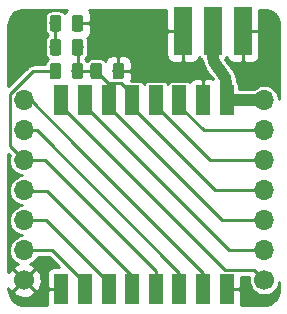
<source format=gtl>
G04 #@! TF.GenerationSoftware,KiCad,Pcbnew,(5.1.4)-1*
G04 #@! TF.CreationDate,2019-10-27T13:18:03+01:00*
G04 #@! TF.ProjectId,project,70726f6a-6563-4742-9e6b-696361645f70,rev?*
G04 #@! TF.SameCoordinates,Original*
G04 #@! TF.FileFunction,Copper,L1,Top*
G04 #@! TF.FilePolarity,Positive*
%FSLAX46Y46*%
G04 Gerber Fmt 4.6, Leading zero omitted, Abs format (unit mm)*
G04 Created by KiCad (PCBNEW (5.1.4)-1) date 2019-10-27 13:18:03*
%MOMM*%
%LPD*%
G04 APERTURE LIST*
%ADD10C,1.000000*%
%ADD11R,1.200000X2.500000*%
%ADD12C,0.100000*%
%ADD13C,0.975000*%
%ADD14R,1.524000X4.064000*%
%ADD15O,1.700000X1.700000*%
%ADD16C,1.700000*%
%ADD17C,0.800000*%
%ADD18C,0.600000*%
%ADD19C,0.250000*%
%ADD20C,0.254000*%
G04 APERTURE END LIST*
D10*
X134463086Y-81614714D02*
G75*
G02X133877300Y-80200500I1414214J1414214D01*
G01*
X134561014Y-81719986D02*
G75*
G02X135146800Y-83134200I-1414214J-1414214D01*
G01*
D11*
X121130300Y-84278200D03*
X123130300Y-84278200D03*
X125130300Y-84278200D03*
X127130300Y-84278200D03*
X129130300Y-84278200D03*
X131130300Y-84278200D03*
X133130300Y-84278200D03*
X135130300Y-84278200D03*
X135130300Y-100278200D03*
X133130300Y-100278200D03*
X131130300Y-100278200D03*
X129130300Y-100278200D03*
X127130300Y-100278200D03*
X125130300Y-100278200D03*
X123130300Y-100278200D03*
X121130300Y-100278200D03*
D12*
G36*
X124346402Y-81091714D02*
G01*
X124370063Y-81095224D01*
X124393267Y-81101036D01*
X124415789Y-81109094D01*
X124437413Y-81119322D01*
X124457930Y-81131619D01*
X124477143Y-81145869D01*
X124494867Y-81161933D01*
X124510931Y-81179657D01*
X124525181Y-81198870D01*
X124537478Y-81219387D01*
X124547706Y-81241011D01*
X124555764Y-81263533D01*
X124561576Y-81286737D01*
X124565086Y-81310398D01*
X124566260Y-81334290D01*
X124566260Y-82246790D01*
X124565086Y-82270682D01*
X124561576Y-82294343D01*
X124555764Y-82317547D01*
X124547706Y-82340069D01*
X124537478Y-82361693D01*
X124525181Y-82382210D01*
X124510931Y-82401423D01*
X124494867Y-82419147D01*
X124477143Y-82435211D01*
X124457930Y-82449461D01*
X124437413Y-82461758D01*
X124415789Y-82471986D01*
X124393267Y-82480044D01*
X124370063Y-82485856D01*
X124346402Y-82489366D01*
X124322510Y-82490540D01*
X123835010Y-82490540D01*
X123811118Y-82489366D01*
X123787457Y-82485856D01*
X123764253Y-82480044D01*
X123741731Y-82471986D01*
X123720107Y-82461758D01*
X123699590Y-82449461D01*
X123680377Y-82435211D01*
X123662653Y-82419147D01*
X123646589Y-82401423D01*
X123632339Y-82382210D01*
X123620042Y-82361693D01*
X123609814Y-82340069D01*
X123601756Y-82317547D01*
X123595944Y-82294343D01*
X123592434Y-82270682D01*
X123591260Y-82246790D01*
X123591260Y-81334290D01*
X123592434Y-81310398D01*
X123595944Y-81286737D01*
X123601756Y-81263533D01*
X123609814Y-81241011D01*
X123620042Y-81219387D01*
X123632339Y-81198870D01*
X123646589Y-81179657D01*
X123662653Y-81161933D01*
X123680377Y-81145869D01*
X123699590Y-81131619D01*
X123720107Y-81119322D01*
X123741731Y-81109094D01*
X123764253Y-81101036D01*
X123787457Y-81095224D01*
X123811118Y-81091714D01*
X123835010Y-81090540D01*
X124322510Y-81090540D01*
X124346402Y-81091714D01*
X124346402Y-81091714D01*
G37*
D13*
X124078760Y-81790540D03*
D12*
G36*
X126221402Y-81091714D02*
G01*
X126245063Y-81095224D01*
X126268267Y-81101036D01*
X126290789Y-81109094D01*
X126312413Y-81119322D01*
X126332930Y-81131619D01*
X126352143Y-81145869D01*
X126369867Y-81161933D01*
X126385931Y-81179657D01*
X126400181Y-81198870D01*
X126412478Y-81219387D01*
X126422706Y-81241011D01*
X126430764Y-81263533D01*
X126436576Y-81286737D01*
X126440086Y-81310398D01*
X126441260Y-81334290D01*
X126441260Y-82246790D01*
X126440086Y-82270682D01*
X126436576Y-82294343D01*
X126430764Y-82317547D01*
X126422706Y-82340069D01*
X126412478Y-82361693D01*
X126400181Y-82382210D01*
X126385931Y-82401423D01*
X126369867Y-82419147D01*
X126352143Y-82435211D01*
X126332930Y-82449461D01*
X126312413Y-82461758D01*
X126290789Y-82471986D01*
X126268267Y-82480044D01*
X126245063Y-82485856D01*
X126221402Y-82489366D01*
X126197510Y-82490540D01*
X125710010Y-82490540D01*
X125686118Y-82489366D01*
X125662457Y-82485856D01*
X125639253Y-82480044D01*
X125616731Y-82471986D01*
X125595107Y-82461758D01*
X125574590Y-82449461D01*
X125555377Y-82435211D01*
X125537653Y-82419147D01*
X125521589Y-82401423D01*
X125507339Y-82382210D01*
X125495042Y-82361693D01*
X125484814Y-82340069D01*
X125476756Y-82317547D01*
X125470944Y-82294343D01*
X125467434Y-82270682D01*
X125466260Y-82246790D01*
X125466260Y-81334290D01*
X125467434Y-81310398D01*
X125470944Y-81286737D01*
X125476756Y-81263533D01*
X125484814Y-81241011D01*
X125495042Y-81219387D01*
X125507339Y-81198870D01*
X125521589Y-81179657D01*
X125537653Y-81161933D01*
X125555377Y-81145869D01*
X125574590Y-81131619D01*
X125595107Y-81119322D01*
X125616731Y-81109094D01*
X125639253Y-81101036D01*
X125662457Y-81095224D01*
X125686118Y-81091714D01*
X125710010Y-81090540D01*
X126197510Y-81090540D01*
X126221402Y-81091714D01*
X126221402Y-81091714D01*
G37*
D13*
X125953760Y-81790540D03*
D12*
G36*
X122761922Y-81091714D02*
G01*
X122785583Y-81095224D01*
X122808787Y-81101036D01*
X122831309Y-81109094D01*
X122852933Y-81119322D01*
X122873450Y-81131619D01*
X122892663Y-81145869D01*
X122910387Y-81161933D01*
X122926451Y-81179657D01*
X122940701Y-81198870D01*
X122952998Y-81219387D01*
X122963226Y-81241011D01*
X122971284Y-81263533D01*
X122977096Y-81286737D01*
X122980606Y-81310398D01*
X122981780Y-81334290D01*
X122981780Y-82246790D01*
X122980606Y-82270682D01*
X122977096Y-82294343D01*
X122971284Y-82317547D01*
X122963226Y-82340069D01*
X122952998Y-82361693D01*
X122940701Y-82382210D01*
X122926451Y-82401423D01*
X122910387Y-82419147D01*
X122892663Y-82435211D01*
X122873450Y-82449461D01*
X122852933Y-82461758D01*
X122831309Y-82471986D01*
X122808787Y-82480044D01*
X122785583Y-82485856D01*
X122761922Y-82489366D01*
X122738030Y-82490540D01*
X122250530Y-82490540D01*
X122226638Y-82489366D01*
X122202977Y-82485856D01*
X122179773Y-82480044D01*
X122157251Y-82471986D01*
X122135627Y-82461758D01*
X122115110Y-82449461D01*
X122095897Y-82435211D01*
X122078173Y-82419147D01*
X122062109Y-82401423D01*
X122047859Y-82382210D01*
X122035562Y-82361693D01*
X122025334Y-82340069D01*
X122017276Y-82317547D01*
X122011464Y-82294343D01*
X122007954Y-82270682D01*
X122006780Y-82246790D01*
X122006780Y-81334290D01*
X122007954Y-81310398D01*
X122011464Y-81286737D01*
X122017276Y-81263533D01*
X122025334Y-81241011D01*
X122035562Y-81219387D01*
X122047859Y-81198870D01*
X122062109Y-81179657D01*
X122078173Y-81161933D01*
X122095897Y-81145869D01*
X122115110Y-81131619D01*
X122135627Y-81119322D01*
X122157251Y-81109094D01*
X122179773Y-81101036D01*
X122202977Y-81095224D01*
X122226638Y-81091714D01*
X122250530Y-81090540D01*
X122738030Y-81090540D01*
X122761922Y-81091714D01*
X122761922Y-81091714D01*
G37*
D13*
X122494280Y-81790540D03*
D12*
G36*
X120886922Y-81091714D02*
G01*
X120910583Y-81095224D01*
X120933787Y-81101036D01*
X120956309Y-81109094D01*
X120977933Y-81119322D01*
X120998450Y-81131619D01*
X121017663Y-81145869D01*
X121035387Y-81161933D01*
X121051451Y-81179657D01*
X121065701Y-81198870D01*
X121077998Y-81219387D01*
X121088226Y-81241011D01*
X121096284Y-81263533D01*
X121102096Y-81286737D01*
X121105606Y-81310398D01*
X121106780Y-81334290D01*
X121106780Y-82246790D01*
X121105606Y-82270682D01*
X121102096Y-82294343D01*
X121096284Y-82317547D01*
X121088226Y-82340069D01*
X121077998Y-82361693D01*
X121065701Y-82382210D01*
X121051451Y-82401423D01*
X121035387Y-82419147D01*
X121017663Y-82435211D01*
X120998450Y-82449461D01*
X120977933Y-82461758D01*
X120956309Y-82471986D01*
X120933787Y-82480044D01*
X120910583Y-82485856D01*
X120886922Y-82489366D01*
X120863030Y-82490540D01*
X120375530Y-82490540D01*
X120351638Y-82489366D01*
X120327977Y-82485856D01*
X120304773Y-82480044D01*
X120282251Y-82471986D01*
X120260627Y-82461758D01*
X120240110Y-82449461D01*
X120220897Y-82435211D01*
X120203173Y-82419147D01*
X120187109Y-82401423D01*
X120172859Y-82382210D01*
X120160562Y-82361693D01*
X120150334Y-82340069D01*
X120142276Y-82317547D01*
X120136464Y-82294343D01*
X120132954Y-82270682D01*
X120131780Y-82246790D01*
X120131780Y-81334290D01*
X120132954Y-81310398D01*
X120136464Y-81286737D01*
X120142276Y-81263533D01*
X120150334Y-81241011D01*
X120160562Y-81219387D01*
X120172859Y-81198870D01*
X120187109Y-81179657D01*
X120203173Y-81161933D01*
X120220897Y-81145869D01*
X120240110Y-81131619D01*
X120260627Y-81119322D01*
X120282251Y-81109094D01*
X120304773Y-81101036D01*
X120327977Y-81095224D01*
X120351638Y-81091714D01*
X120375530Y-81090540D01*
X120863030Y-81090540D01*
X120886922Y-81091714D01*
X120886922Y-81091714D01*
G37*
D13*
X120619280Y-81790540D03*
D12*
G36*
X122774622Y-77053114D02*
G01*
X122798283Y-77056624D01*
X122821487Y-77062436D01*
X122844009Y-77070494D01*
X122865633Y-77080722D01*
X122886150Y-77093019D01*
X122905363Y-77107269D01*
X122923087Y-77123333D01*
X122939151Y-77141057D01*
X122953401Y-77160270D01*
X122965698Y-77180787D01*
X122975926Y-77202411D01*
X122983984Y-77224933D01*
X122989796Y-77248137D01*
X122993306Y-77271798D01*
X122994480Y-77295690D01*
X122994480Y-78208190D01*
X122993306Y-78232082D01*
X122989796Y-78255743D01*
X122983984Y-78278947D01*
X122975926Y-78301469D01*
X122965698Y-78323093D01*
X122953401Y-78343610D01*
X122939151Y-78362823D01*
X122923087Y-78380547D01*
X122905363Y-78396611D01*
X122886150Y-78410861D01*
X122865633Y-78423158D01*
X122844009Y-78433386D01*
X122821487Y-78441444D01*
X122798283Y-78447256D01*
X122774622Y-78450766D01*
X122750730Y-78451940D01*
X122263230Y-78451940D01*
X122239338Y-78450766D01*
X122215677Y-78447256D01*
X122192473Y-78441444D01*
X122169951Y-78433386D01*
X122148327Y-78423158D01*
X122127810Y-78410861D01*
X122108597Y-78396611D01*
X122090873Y-78380547D01*
X122074809Y-78362823D01*
X122060559Y-78343610D01*
X122048262Y-78323093D01*
X122038034Y-78301469D01*
X122029976Y-78278947D01*
X122024164Y-78255743D01*
X122020654Y-78232082D01*
X122019480Y-78208190D01*
X122019480Y-77295690D01*
X122020654Y-77271798D01*
X122024164Y-77248137D01*
X122029976Y-77224933D01*
X122038034Y-77202411D01*
X122048262Y-77180787D01*
X122060559Y-77160270D01*
X122074809Y-77141057D01*
X122090873Y-77123333D01*
X122108597Y-77107269D01*
X122127810Y-77093019D01*
X122148327Y-77080722D01*
X122169951Y-77070494D01*
X122192473Y-77062436D01*
X122215677Y-77056624D01*
X122239338Y-77053114D01*
X122263230Y-77051940D01*
X122750730Y-77051940D01*
X122774622Y-77053114D01*
X122774622Y-77053114D01*
G37*
D13*
X122506980Y-77751940D03*
D12*
G36*
X120899622Y-77053114D02*
G01*
X120923283Y-77056624D01*
X120946487Y-77062436D01*
X120969009Y-77070494D01*
X120990633Y-77080722D01*
X121011150Y-77093019D01*
X121030363Y-77107269D01*
X121048087Y-77123333D01*
X121064151Y-77141057D01*
X121078401Y-77160270D01*
X121090698Y-77180787D01*
X121100926Y-77202411D01*
X121108984Y-77224933D01*
X121114796Y-77248137D01*
X121118306Y-77271798D01*
X121119480Y-77295690D01*
X121119480Y-78208190D01*
X121118306Y-78232082D01*
X121114796Y-78255743D01*
X121108984Y-78278947D01*
X121100926Y-78301469D01*
X121090698Y-78323093D01*
X121078401Y-78343610D01*
X121064151Y-78362823D01*
X121048087Y-78380547D01*
X121030363Y-78396611D01*
X121011150Y-78410861D01*
X120990633Y-78423158D01*
X120969009Y-78433386D01*
X120946487Y-78441444D01*
X120923283Y-78447256D01*
X120899622Y-78450766D01*
X120875730Y-78451940D01*
X120388230Y-78451940D01*
X120364338Y-78450766D01*
X120340677Y-78447256D01*
X120317473Y-78441444D01*
X120294951Y-78433386D01*
X120273327Y-78423158D01*
X120252810Y-78410861D01*
X120233597Y-78396611D01*
X120215873Y-78380547D01*
X120199809Y-78362823D01*
X120185559Y-78343610D01*
X120173262Y-78323093D01*
X120163034Y-78301469D01*
X120154976Y-78278947D01*
X120149164Y-78255743D01*
X120145654Y-78232082D01*
X120144480Y-78208190D01*
X120144480Y-77295690D01*
X120145654Y-77271798D01*
X120149164Y-77248137D01*
X120154976Y-77224933D01*
X120163034Y-77202411D01*
X120173262Y-77180787D01*
X120185559Y-77160270D01*
X120199809Y-77141057D01*
X120215873Y-77123333D01*
X120233597Y-77107269D01*
X120252810Y-77093019D01*
X120273327Y-77080722D01*
X120294951Y-77070494D01*
X120317473Y-77062436D01*
X120340677Y-77056624D01*
X120364338Y-77053114D01*
X120388230Y-77051940D01*
X120875730Y-77051940D01*
X120899622Y-77053114D01*
X120899622Y-77053114D01*
G37*
D13*
X120631980Y-77751940D03*
D12*
G36*
X120899622Y-79082574D02*
G01*
X120923283Y-79086084D01*
X120946487Y-79091896D01*
X120969009Y-79099954D01*
X120990633Y-79110182D01*
X121011150Y-79122479D01*
X121030363Y-79136729D01*
X121048087Y-79152793D01*
X121064151Y-79170517D01*
X121078401Y-79189730D01*
X121090698Y-79210247D01*
X121100926Y-79231871D01*
X121108984Y-79254393D01*
X121114796Y-79277597D01*
X121118306Y-79301258D01*
X121119480Y-79325150D01*
X121119480Y-80237650D01*
X121118306Y-80261542D01*
X121114796Y-80285203D01*
X121108984Y-80308407D01*
X121100926Y-80330929D01*
X121090698Y-80352553D01*
X121078401Y-80373070D01*
X121064151Y-80392283D01*
X121048087Y-80410007D01*
X121030363Y-80426071D01*
X121011150Y-80440321D01*
X120990633Y-80452618D01*
X120969009Y-80462846D01*
X120946487Y-80470904D01*
X120923283Y-80476716D01*
X120899622Y-80480226D01*
X120875730Y-80481400D01*
X120388230Y-80481400D01*
X120364338Y-80480226D01*
X120340677Y-80476716D01*
X120317473Y-80470904D01*
X120294951Y-80462846D01*
X120273327Y-80452618D01*
X120252810Y-80440321D01*
X120233597Y-80426071D01*
X120215873Y-80410007D01*
X120199809Y-80392283D01*
X120185559Y-80373070D01*
X120173262Y-80352553D01*
X120163034Y-80330929D01*
X120154976Y-80308407D01*
X120149164Y-80285203D01*
X120145654Y-80261542D01*
X120144480Y-80237650D01*
X120144480Y-79325150D01*
X120145654Y-79301258D01*
X120149164Y-79277597D01*
X120154976Y-79254393D01*
X120163034Y-79231871D01*
X120173262Y-79210247D01*
X120185559Y-79189730D01*
X120199809Y-79170517D01*
X120215873Y-79152793D01*
X120233597Y-79136729D01*
X120252810Y-79122479D01*
X120273327Y-79110182D01*
X120294951Y-79099954D01*
X120317473Y-79091896D01*
X120340677Y-79086084D01*
X120364338Y-79082574D01*
X120388230Y-79081400D01*
X120875730Y-79081400D01*
X120899622Y-79082574D01*
X120899622Y-79082574D01*
G37*
D13*
X120631980Y-79781400D03*
D12*
G36*
X122774622Y-79082574D02*
G01*
X122798283Y-79086084D01*
X122821487Y-79091896D01*
X122844009Y-79099954D01*
X122865633Y-79110182D01*
X122886150Y-79122479D01*
X122905363Y-79136729D01*
X122923087Y-79152793D01*
X122939151Y-79170517D01*
X122953401Y-79189730D01*
X122965698Y-79210247D01*
X122975926Y-79231871D01*
X122983984Y-79254393D01*
X122989796Y-79277597D01*
X122993306Y-79301258D01*
X122994480Y-79325150D01*
X122994480Y-80237650D01*
X122993306Y-80261542D01*
X122989796Y-80285203D01*
X122983984Y-80308407D01*
X122975926Y-80330929D01*
X122965698Y-80352553D01*
X122953401Y-80373070D01*
X122939151Y-80392283D01*
X122923087Y-80410007D01*
X122905363Y-80426071D01*
X122886150Y-80440321D01*
X122865633Y-80452618D01*
X122844009Y-80462846D01*
X122821487Y-80470904D01*
X122798283Y-80476716D01*
X122774622Y-80480226D01*
X122750730Y-80481400D01*
X122263230Y-80481400D01*
X122239338Y-80480226D01*
X122215677Y-80476716D01*
X122192473Y-80470904D01*
X122169951Y-80462846D01*
X122148327Y-80452618D01*
X122127810Y-80440321D01*
X122108597Y-80426071D01*
X122090873Y-80410007D01*
X122074809Y-80392283D01*
X122060559Y-80373070D01*
X122048262Y-80352553D01*
X122038034Y-80330929D01*
X122029976Y-80308407D01*
X122024164Y-80285203D01*
X122020654Y-80261542D01*
X122019480Y-80237650D01*
X122019480Y-79325150D01*
X122020654Y-79301258D01*
X122024164Y-79277597D01*
X122029976Y-79254393D01*
X122038034Y-79231871D01*
X122048262Y-79210247D01*
X122060559Y-79189730D01*
X122074809Y-79170517D01*
X122090873Y-79152793D01*
X122108597Y-79136729D01*
X122127810Y-79122479D01*
X122148327Y-79110182D01*
X122169951Y-79099954D01*
X122192473Y-79091896D01*
X122215677Y-79086084D01*
X122239338Y-79082574D01*
X122263230Y-79081400D01*
X122750730Y-79081400D01*
X122774622Y-79082574D01*
X122774622Y-79082574D01*
G37*
D13*
X122506980Y-79781400D03*
D14*
X133962140Y-78427580D03*
X136502140Y-78427580D03*
X131422140Y-78427580D03*
D15*
X117970300Y-84277200D03*
X117970300Y-86817200D03*
X117970300Y-89357200D03*
X117970300Y-91897200D03*
X117970300Y-94437200D03*
X117970300Y-96977200D03*
D16*
X117970300Y-99517200D03*
D15*
X138303000Y-84277200D03*
X138303000Y-86817200D03*
X138303000Y-89357200D03*
X138303000Y-91897200D03*
X138303000Y-94437200D03*
X138303000Y-96977200D03*
D16*
X138303000Y-99517200D03*
D17*
X135133080Y-100799900D03*
D18*
X129695960Y-81427320D03*
X130695960Y-81427320D03*
X131695960Y-81427320D03*
X132695960Y-81427320D03*
X136107440Y-81427320D03*
X137107440Y-81427320D03*
X138107440Y-81427320D03*
X139107440Y-81427320D03*
X129695960Y-82264760D03*
X130695960Y-82264760D03*
X131695960Y-82264760D03*
X132695960Y-82264760D03*
X137107440Y-82264760D03*
X138107440Y-82264760D03*
X139107440Y-82264760D03*
X117312440Y-81442560D03*
X117314980Y-77757020D03*
X124134880Y-77754480D03*
X124127260Y-79783940D03*
X129697480Y-79778860D03*
X129689860Y-77746860D03*
X138165840Y-79766160D03*
X138165840Y-77757020D03*
X117335300Y-79811880D03*
D19*
X135130300Y-100278200D02*
X135153398Y-100301298D01*
X135153398Y-100301298D02*
X135153398Y-100309680D01*
X137100919Y-91897200D02*
X138303000Y-91897200D01*
X134152640Y-91897200D02*
X137100919Y-91897200D01*
X127130300Y-84278200D02*
X127130300Y-84874860D01*
X127130300Y-84874860D02*
X134152640Y-91897200D01*
X122506980Y-81777840D02*
X122494280Y-81790540D01*
X122506980Y-79781400D02*
X122506980Y-81777840D01*
X122494280Y-81790540D02*
X124078760Y-81790540D01*
X127130300Y-83778200D02*
X127130300Y-84278200D01*
X126167650Y-82815550D02*
X127130300Y-83778200D01*
X125103770Y-82815550D02*
X126167650Y-82815550D01*
X124078760Y-81790540D02*
X125103770Y-82815550D01*
X123130300Y-99778200D02*
X123130300Y-100278200D01*
X120329300Y-96977200D02*
X123130300Y-99778200D01*
X117970300Y-96977200D02*
X120329300Y-96977200D01*
X125130300Y-99778200D02*
X125130300Y-100278200D01*
X119794380Y-94442280D02*
X125130300Y-99778200D01*
X117970300Y-94437200D02*
X117975380Y-94442280D01*
X117975380Y-94442280D02*
X119794380Y-94442280D01*
X127130300Y-99124260D02*
X127130300Y-100278200D01*
X119918480Y-91912440D02*
X127130300Y-99124260D01*
X117970300Y-91897200D02*
X117985540Y-91912440D01*
X117985540Y-91912440D02*
X119918480Y-91912440D01*
X117120301Y-88507201D02*
X117970300Y-89357200D01*
X116795299Y-88182199D02*
X117120301Y-88507201D01*
X116795299Y-83713199D02*
X116795299Y-88182199D01*
X129130300Y-98726500D02*
X129130300Y-100278200D01*
X119730520Y-89326720D02*
X129130300Y-98726500D01*
X117970300Y-89357200D02*
X118000780Y-89326720D01*
X118000780Y-89326720D02*
X119730520Y-89326720D01*
X118717958Y-81790540D02*
X116795299Y-83713199D01*
X120619280Y-81790540D02*
X118717958Y-81790540D01*
X131130300Y-98857060D02*
X131130300Y-100278200D01*
X117970300Y-86817200D02*
X119090440Y-86817200D01*
X119090440Y-86817200D02*
X131130300Y-98857060D01*
X133130300Y-99778200D02*
X133130300Y-100278200D01*
X133130300Y-98870780D02*
X133130300Y-99778200D01*
X117970300Y-84277200D02*
X118536720Y-84277200D01*
X122565160Y-88305640D02*
X122311160Y-88051640D01*
X122565160Y-88305640D02*
X133130300Y-98870780D01*
X118536720Y-84277200D02*
X122565160Y-88305640D01*
D10*
X138302000Y-84278200D02*
X138303000Y-84277200D01*
X135130300Y-84278200D02*
X138302000Y-84278200D01*
D19*
X133934200Y-78397100D02*
X133934200Y-81005680D01*
X133962140Y-78427580D02*
X133962140Y-81358740D01*
X135130300Y-82526900D02*
X135130300Y-84278200D01*
X133951980Y-81274920D02*
X135120140Y-82443080D01*
X137100919Y-86817200D02*
X138303000Y-86817200D01*
X133169300Y-86817200D02*
X137100919Y-86817200D01*
X131130300Y-84778200D02*
X133169300Y-86817200D01*
X131130300Y-84278200D02*
X131130300Y-84778200D01*
X137100919Y-89357200D02*
X138303000Y-89357200D01*
X133709300Y-89357200D02*
X137100919Y-89357200D01*
X129130300Y-84778200D02*
X133709300Y-89357200D01*
X129130300Y-84278200D02*
X129130300Y-84778200D01*
X137100919Y-94437200D02*
X138303000Y-94437200D01*
X134691120Y-94437200D02*
X137100919Y-94437200D01*
X125130300Y-84278200D02*
X125130300Y-84876380D01*
X125130300Y-84876380D02*
X134691120Y-94437200D01*
X137100919Y-96977200D02*
X138303000Y-96977200D01*
X135310880Y-96977200D02*
X137100919Y-96977200D01*
X123130300Y-84278200D02*
X123130300Y-84796620D01*
X123130300Y-84796620D02*
X135310880Y-96977200D01*
X137453001Y-98667201D02*
X138303000Y-99517200D01*
X135019681Y-98667201D02*
X137453001Y-98667201D01*
X121130300Y-84278200D02*
X121130300Y-84777820D01*
X121130300Y-84777820D02*
X135019681Y-98667201D01*
X120405920Y-79580740D02*
X120441480Y-79616300D01*
X120631980Y-77751940D02*
X120631980Y-79781400D01*
D20*
G36*
X116749147Y-88916692D02*
G01*
X116749152Y-88916696D01*
X116764737Y-88932281D01*
X116711778Y-89106864D01*
X116687122Y-89357200D01*
X116711778Y-89607536D01*
X116784798Y-89848251D01*
X116903376Y-90070096D01*
X117062956Y-90264544D01*
X117257404Y-90424124D01*
X117479249Y-90542702D01*
X117719964Y-90615722D01*
X117836502Y-90627200D01*
X117719964Y-90638678D01*
X117479249Y-90711698D01*
X117257404Y-90830276D01*
X117062956Y-90989856D01*
X116903376Y-91184304D01*
X116784798Y-91406149D01*
X116711778Y-91646864D01*
X116687122Y-91897200D01*
X116711778Y-92147536D01*
X116784798Y-92388251D01*
X116903376Y-92610096D01*
X117062956Y-92804544D01*
X117257404Y-92964124D01*
X117479249Y-93082702D01*
X117719964Y-93155722D01*
X117836502Y-93167200D01*
X117719964Y-93178678D01*
X117479249Y-93251698D01*
X117257404Y-93370276D01*
X117062956Y-93529856D01*
X116903376Y-93724304D01*
X116784798Y-93946149D01*
X116711778Y-94186864D01*
X116687122Y-94437200D01*
X116711778Y-94687536D01*
X116784798Y-94928251D01*
X116903376Y-95150096D01*
X117062956Y-95344544D01*
X117257404Y-95504124D01*
X117479249Y-95622702D01*
X117719964Y-95695722D01*
X117836502Y-95707200D01*
X117719964Y-95718678D01*
X117479249Y-95791698D01*
X117257404Y-95910276D01*
X117062956Y-96069856D01*
X116903376Y-96264304D01*
X116784798Y-96486149D01*
X116711778Y-96726864D01*
X116687122Y-96977200D01*
X116711778Y-97227536D01*
X116784798Y-97468251D01*
X116903376Y-97690096D01*
X117062956Y-97884544D01*
X117257404Y-98044124D01*
X117422528Y-98132384D01*
X117190208Y-98245163D01*
X117093620Y-98309703D01*
X117027773Y-98573966D01*
X117970300Y-99516493D01*
X118912827Y-98573966D01*
X118846980Y-98309703D01*
X118594564Y-98161873D01*
X118514675Y-98134200D01*
X118683196Y-98044124D01*
X118877644Y-97884544D01*
X119037224Y-97690096D01*
X119123224Y-97529200D01*
X120100656Y-97529200D01*
X120964610Y-98393155D01*
X120530300Y-98390128D01*
X120405818Y-98402388D01*
X120286120Y-98438698D01*
X120175806Y-98497663D01*
X120079115Y-98577015D01*
X119999763Y-98673706D01*
X119940798Y-98784020D01*
X119904488Y-98903718D01*
X119892228Y-99028200D01*
X119895300Y-100118950D01*
X120054050Y-100277700D01*
X121129800Y-100277700D01*
X121129800Y-100257700D01*
X121130800Y-100257700D01*
X121130800Y-100277700D01*
X121150800Y-100277700D01*
X121150800Y-100278700D01*
X121130800Y-100278700D01*
X121130800Y-100298700D01*
X121129800Y-100298700D01*
X121129800Y-100278700D01*
X120054050Y-100278700D01*
X119895300Y-100437450D01*
X119892228Y-101528200D01*
X119899851Y-101605600D01*
X117993634Y-101605600D01*
X117713109Y-101578095D01*
X117465721Y-101503403D01*
X117237549Y-101382082D01*
X117037284Y-101218750D01*
X116872562Y-101019635D01*
X116749650Y-100792314D01*
X116673232Y-100545449D01*
X116664297Y-100460434D01*
X117027773Y-100460434D01*
X117093620Y-100724697D01*
X117346036Y-100872527D01*
X117622442Y-100968273D01*
X117912217Y-101008255D01*
X118204224Y-100990936D01*
X118487240Y-100916983D01*
X118750392Y-100789237D01*
X118846980Y-100724697D01*
X118912827Y-100460434D01*
X117970300Y-99517907D01*
X117027773Y-100460434D01*
X116664297Y-100460434D01*
X116643900Y-100266372D01*
X116643900Y-100185306D01*
X116698263Y-100297292D01*
X116762803Y-100393880D01*
X117027066Y-100459727D01*
X117969593Y-99517200D01*
X117971007Y-99517200D01*
X118913534Y-100459727D01*
X119177797Y-100393880D01*
X119325627Y-100141464D01*
X119421373Y-99865058D01*
X119461355Y-99575283D01*
X119444036Y-99283276D01*
X119370083Y-99000260D01*
X119242337Y-98737108D01*
X119177797Y-98640520D01*
X118913534Y-98574673D01*
X117971007Y-99517200D01*
X117969593Y-99517200D01*
X117027066Y-98574673D01*
X116762803Y-98640520D01*
X116643900Y-98843544D01*
X116643900Y-88811445D01*
X116749147Y-88916692D01*
X116749147Y-88916692D01*
G37*
X116749147Y-88916692D02*
X116749152Y-88916696D01*
X116764737Y-88932281D01*
X116711778Y-89106864D01*
X116687122Y-89357200D01*
X116711778Y-89607536D01*
X116784798Y-89848251D01*
X116903376Y-90070096D01*
X117062956Y-90264544D01*
X117257404Y-90424124D01*
X117479249Y-90542702D01*
X117719964Y-90615722D01*
X117836502Y-90627200D01*
X117719964Y-90638678D01*
X117479249Y-90711698D01*
X117257404Y-90830276D01*
X117062956Y-90989856D01*
X116903376Y-91184304D01*
X116784798Y-91406149D01*
X116711778Y-91646864D01*
X116687122Y-91897200D01*
X116711778Y-92147536D01*
X116784798Y-92388251D01*
X116903376Y-92610096D01*
X117062956Y-92804544D01*
X117257404Y-92964124D01*
X117479249Y-93082702D01*
X117719964Y-93155722D01*
X117836502Y-93167200D01*
X117719964Y-93178678D01*
X117479249Y-93251698D01*
X117257404Y-93370276D01*
X117062956Y-93529856D01*
X116903376Y-93724304D01*
X116784798Y-93946149D01*
X116711778Y-94186864D01*
X116687122Y-94437200D01*
X116711778Y-94687536D01*
X116784798Y-94928251D01*
X116903376Y-95150096D01*
X117062956Y-95344544D01*
X117257404Y-95504124D01*
X117479249Y-95622702D01*
X117719964Y-95695722D01*
X117836502Y-95707200D01*
X117719964Y-95718678D01*
X117479249Y-95791698D01*
X117257404Y-95910276D01*
X117062956Y-96069856D01*
X116903376Y-96264304D01*
X116784798Y-96486149D01*
X116711778Y-96726864D01*
X116687122Y-96977200D01*
X116711778Y-97227536D01*
X116784798Y-97468251D01*
X116903376Y-97690096D01*
X117062956Y-97884544D01*
X117257404Y-98044124D01*
X117422528Y-98132384D01*
X117190208Y-98245163D01*
X117093620Y-98309703D01*
X117027773Y-98573966D01*
X117970300Y-99516493D01*
X118912827Y-98573966D01*
X118846980Y-98309703D01*
X118594564Y-98161873D01*
X118514675Y-98134200D01*
X118683196Y-98044124D01*
X118877644Y-97884544D01*
X119037224Y-97690096D01*
X119123224Y-97529200D01*
X120100656Y-97529200D01*
X120964610Y-98393155D01*
X120530300Y-98390128D01*
X120405818Y-98402388D01*
X120286120Y-98438698D01*
X120175806Y-98497663D01*
X120079115Y-98577015D01*
X119999763Y-98673706D01*
X119940798Y-98784020D01*
X119904488Y-98903718D01*
X119892228Y-99028200D01*
X119895300Y-100118950D01*
X120054050Y-100277700D01*
X121129800Y-100277700D01*
X121129800Y-100257700D01*
X121130800Y-100257700D01*
X121130800Y-100277700D01*
X121150800Y-100277700D01*
X121150800Y-100278700D01*
X121130800Y-100278700D01*
X121130800Y-100298700D01*
X121129800Y-100298700D01*
X121129800Y-100278700D01*
X120054050Y-100278700D01*
X119895300Y-100437450D01*
X119892228Y-101528200D01*
X119899851Y-101605600D01*
X117993634Y-101605600D01*
X117713109Y-101578095D01*
X117465721Y-101503403D01*
X117237549Y-101382082D01*
X117037284Y-101218750D01*
X116872562Y-101019635D01*
X116749650Y-100792314D01*
X116673232Y-100545449D01*
X116664297Y-100460434D01*
X117027773Y-100460434D01*
X117093620Y-100724697D01*
X117346036Y-100872527D01*
X117622442Y-100968273D01*
X117912217Y-101008255D01*
X118204224Y-100990936D01*
X118487240Y-100916983D01*
X118750392Y-100789237D01*
X118846980Y-100724697D01*
X118912827Y-100460434D01*
X117970300Y-99517907D01*
X117027773Y-100460434D01*
X116664297Y-100460434D01*
X116643900Y-100266372D01*
X116643900Y-100185306D01*
X116698263Y-100297292D01*
X116762803Y-100393880D01*
X117027066Y-100459727D01*
X117969593Y-99517200D01*
X117971007Y-99517200D01*
X118913534Y-100459727D01*
X119177797Y-100393880D01*
X119325627Y-100141464D01*
X119421373Y-99865058D01*
X119461355Y-99575283D01*
X119444036Y-99283276D01*
X119370083Y-99000260D01*
X119242337Y-98737108D01*
X119177797Y-98640520D01*
X118913534Y-98574673D01*
X117971007Y-99517200D01*
X117969593Y-99517200D01*
X117027066Y-98574673D01*
X116762803Y-98640520D01*
X116643900Y-98843544D01*
X116643900Y-88811445D01*
X116749147Y-88916692D01*
G36*
X137026000Y-99391426D02*
G01*
X137026000Y-99642974D01*
X137075074Y-99889687D01*
X137171337Y-100122086D01*
X137311089Y-100331240D01*
X137488960Y-100509111D01*
X137698114Y-100648863D01*
X137930513Y-100745126D01*
X138177226Y-100794200D01*
X138428774Y-100794200D01*
X138675487Y-100745126D01*
X138907886Y-100648863D01*
X139117040Y-100509111D01*
X139294911Y-100331240D01*
X139434663Y-100122086D01*
X139530926Y-99889687D01*
X139578600Y-99650012D01*
X139578600Y-100255866D01*
X139551095Y-100536391D01*
X139476403Y-100783779D01*
X139355082Y-101011951D01*
X139191750Y-101212216D01*
X138992635Y-101376938D01*
X138765314Y-101499850D01*
X138518449Y-101576268D01*
X138239372Y-101605600D01*
X136360749Y-101605600D01*
X136368372Y-101528200D01*
X136365300Y-100437450D01*
X136206550Y-100278700D01*
X135130800Y-100278700D01*
X135130800Y-100298700D01*
X135129800Y-100298700D01*
X135129800Y-100278700D01*
X135109800Y-100278700D01*
X135109800Y-100277700D01*
X135129800Y-100277700D01*
X135129800Y-100257700D01*
X135130800Y-100257700D01*
X135130800Y-100277700D01*
X136206550Y-100277700D01*
X136365300Y-100118950D01*
X136367834Y-99219201D01*
X137060257Y-99219201D01*
X137026000Y-99391426D01*
X137026000Y-99391426D01*
G37*
X137026000Y-99391426D02*
X137026000Y-99642974D01*
X137075074Y-99889687D01*
X137171337Y-100122086D01*
X137311089Y-100331240D01*
X137488960Y-100509111D01*
X137698114Y-100648863D01*
X137930513Y-100745126D01*
X138177226Y-100794200D01*
X138428774Y-100794200D01*
X138675487Y-100745126D01*
X138907886Y-100648863D01*
X139117040Y-100509111D01*
X139294911Y-100331240D01*
X139434663Y-100122086D01*
X139530926Y-99889687D01*
X139578600Y-99650012D01*
X139578600Y-100255866D01*
X139551095Y-100536391D01*
X139476403Y-100783779D01*
X139355082Y-101011951D01*
X139191750Y-101212216D01*
X138992635Y-101376938D01*
X138765314Y-101499850D01*
X138518449Y-101576268D01*
X138239372Y-101605600D01*
X136360749Y-101605600D01*
X136368372Y-101528200D01*
X136365300Y-100437450D01*
X136206550Y-100278700D01*
X135130800Y-100278700D01*
X135130800Y-100298700D01*
X135129800Y-100298700D01*
X135129800Y-100278700D01*
X135109800Y-100278700D01*
X135109800Y-100277700D01*
X135129800Y-100277700D01*
X135129800Y-100257700D01*
X135130800Y-100257700D01*
X135130800Y-100277700D01*
X136206550Y-100277700D01*
X136365300Y-100118950D01*
X136367834Y-99219201D01*
X137060257Y-99219201D01*
X137026000Y-99391426D01*
G36*
X130025140Y-78268330D02*
G01*
X130183890Y-78427080D01*
X131421640Y-78427080D01*
X131421640Y-78407080D01*
X131422640Y-78407080D01*
X131422640Y-78427080D01*
X131442640Y-78427080D01*
X131442640Y-78428080D01*
X131422640Y-78428080D01*
X131422640Y-80935830D01*
X131581390Y-81094580D01*
X132184140Y-81097652D01*
X132308622Y-81085392D01*
X132428320Y-81049082D01*
X132538634Y-80990117D01*
X132635325Y-80910765D01*
X132714677Y-80814074D01*
X132773642Y-80703760D01*
X132800820Y-80614167D01*
X132803735Y-80623776D01*
X132843385Y-80697956D01*
X132896745Y-80762975D01*
X132961764Y-80816335D01*
X133025843Y-80850586D01*
X133026564Y-80854440D01*
X133030263Y-80866844D01*
X133144385Y-81240120D01*
X133176657Y-81317650D01*
X133207874Y-81395697D01*
X133213911Y-81407146D01*
X133398363Y-81751147D01*
X133445079Y-81820930D01*
X133490861Y-81891428D01*
X133499007Y-81901487D01*
X133746762Y-82203109D01*
X133826483Y-82282829D01*
X133836544Y-82298322D01*
X133844690Y-82308381D01*
X133944185Y-82429508D01*
X133854782Y-82402388D01*
X133730300Y-82390128D01*
X133289550Y-82393200D01*
X133130800Y-82551950D01*
X133130800Y-84277700D01*
X133150800Y-84277700D01*
X133150800Y-84278700D01*
X133130800Y-84278700D01*
X133130800Y-84298700D01*
X133129800Y-84298700D01*
X133129800Y-84278700D01*
X133109800Y-84278700D01*
X133109800Y-84277700D01*
X133129800Y-84277700D01*
X133129800Y-82551950D01*
X132971050Y-82393200D01*
X132530300Y-82390128D01*
X132405818Y-82402388D01*
X132286120Y-82438698D01*
X132175806Y-82497663D01*
X132079115Y-82577015D01*
X131999763Y-82673706D01*
X131991124Y-82689868D01*
X131968676Y-82671445D01*
X131894496Y-82631795D01*
X131814007Y-82607378D01*
X131730300Y-82599134D01*
X130530300Y-82599134D01*
X130446593Y-82607378D01*
X130366104Y-82631795D01*
X130291924Y-82671445D01*
X130226905Y-82724805D01*
X130173545Y-82789824D01*
X130133895Y-82864004D01*
X130130300Y-82875855D01*
X130126705Y-82864004D01*
X130087055Y-82789824D01*
X130033695Y-82724805D01*
X129968676Y-82671445D01*
X129894496Y-82631795D01*
X129814007Y-82607378D01*
X129730300Y-82599134D01*
X128530300Y-82599134D01*
X128446593Y-82607378D01*
X128366104Y-82631795D01*
X128291924Y-82671445D01*
X128226905Y-82724805D01*
X128173545Y-82789824D01*
X128133895Y-82864004D01*
X128130300Y-82875855D01*
X128126705Y-82864004D01*
X128087055Y-82789824D01*
X128033695Y-82724805D01*
X127968676Y-82671445D01*
X127894496Y-82631795D01*
X127814007Y-82607378D01*
X127730300Y-82599134D01*
X127068637Y-82599134D01*
X127079332Y-82490540D01*
X127076260Y-81949790D01*
X126917510Y-81791040D01*
X125954260Y-81791040D01*
X125954260Y-81811040D01*
X125953260Y-81811040D01*
X125953260Y-81791040D01*
X125933260Y-81791040D01*
X125933260Y-81790040D01*
X125953260Y-81790040D01*
X125953260Y-80614290D01*
X125954260Y-80614290D01*
X125954260Y-81790040D01*
X126917510Y-81790040D01*
X127076260Y-81631290D01*
X127079332Y-81090540D01*
X127067072Y-80966058D01*
X127030762Y-80846360D01*
X126971797Y-80736046D01*
X126892445Y-80639355D01*
X126795754Y-80560003D01*
X126685440Y-80501038D01*
X126565742Y-80464728D01*
X126513472Y-80459580D01*
X130022068Y-80459580D01*
X130034328Y-80584062D01*
X130070638Y-80703760D01*
X130129603Y-80814074D01*
X130208955Y-80910765D01*
X130305646Y-80990117D01*
X130415960Y-81049082D01*
X130535658Y-81085392D01*
X130660140Y-81097652D01*
X131262890Y-81094580D01*
X131421640Y-80935830D01*
X131421640Y-78428080D01*
X130183890Y-78428080D01*
X130025140Y-78586830D01*
X130022068Y-80459580D01*
X126513472Y-80459580D01*
X126441260Y-80452468D01*
X126113010Y-80455540D01*
X125954260Y-80614290D01*
X125953260Y-80614290D01*
X125794510Y-80455540D01*
X125466260Y-80452468D01*
X125341778Y-80464728D01*
X125222080Y-80501038D01*
X125111766Y-80560003D01*
X125015075Y-80639355D01*
X124935723Y-80736046D01*
X124876758Y-80846360D01*
X124852877Y-80925085D01*
X124798263Y-80858537D01*
X124696307Y-80774864D01*
X124579986Y-80712689D01*
X124453770Y-80674402D01*
X124322510Y-80661474D01*
X123835010Y-80661474D01*
X123703750Y-80674402D01*
X123577534Y-80712689D01*
X123461213Y-80774864D01*
X123359257Y-80858537D01*
X123286520Y-80947167D01*
X123213783Y-80858537D01*
X123131710Y-80791181D01*
X123226483Y-80713403D01*
X123310156Y-80611447D01*
X123372331Y-80495126D01*
X123410618Y-80368910D01*
X123423546Y-80237650D01*
X123423546Y-79325150D01*
X123410618Y-79193890D01*
X123372331Y-79067674D01*
X123331721Y-78991699D01*
X123348974Y-78982477D01*
X123445665Y-78903125D01*
X123525017Y-78806434D01*
X123583982Y-78696120D01*
X123620292Y-78576422D01*
X123632552Y-78451940D01*
X123629480Y-77911190D01*
X123470730Y-77752440D01*
X122507480Y-77752440D01*
X122507480Y-77772440D01*
X122506480Y-77772440D01*
X122506480Y-77752440D01*
X122486480Y-77752440D01*
X122486480Y-77751440D01*
X122506480Y-77751440D01*
X122506480Y-77731440D01*
X122507480Y-77731440D01*
X122507480Y-77751440D01*
X123470730Y-77751440D01*
X123629480Y-77592690D01*
X123632552Y-77051940D01*
X123620292Y-76927458D01*
X123583982Y-76807760D01*
X123525017Y-76697446D01*
X123445665Y-76600755D01*
X123439530Y-76595720D01*
X130022396Y-76595720D01*
X130025140Y-78268330D01*
X130025140Y-78268330D01*
G37*
X130025140Y-78268330D02*
X130183890Y-78427080D01*
X131421640Y-78427080D01*
X131421640Y-78407080D01*
X131422640Y-78407080D01*
X131422640Y-78427080D01*
X131442640Y-78427080D01*
X131442640Y-78428080D01*
X131422640Y-78428080D01*
X131422640Y-80935830D01*
X131581390Y-81094580D01*
X132184140Y-81097652D01*
X132308622Y-81085392D01*
X132428320Y-81049082D01*
X132538634Y-80990117D01*
X132635325Y-80910765D01*
X132714677Y-80814074D01*
X132773642Y-80703760D01*
X132800820Y-80614167D01*
X132803735Y-80623776D01*
X132843385Y-80697956D01*
X132896745Y-80762975D01*
X132961764Y-80816335D01*
X133025843Y-80850586D01*
X133026564Y-80854440D01*
X133030263Y-80866844D01*
X133144385Y-81240120D01*
X133176657Y-81317650D01*
X133207874Y-81395697D01*
X133213911Y-81407146D01*
X133398363Y-81751147D01*
X133445079Y-81820930D01*
X133490861Y-81891428D01*
X133499007Y-81901487D01*
X133746762Y-82203109D01*
X133826483Y-82282829D01*
X133836544Y-82298322D01*
X133844690Y-82308381D01*
X133944185Y-82429508D01*
X133854782Y-82402388D01*
X133730300Y-82390128D01*
X133289550Y-82393200D01*
X133130800Y-82551950D01*
X133130800Y-84277700D01*
X133150800Y-84277700D01*
X133150800Y-84278700D01*
X133130800Y-84278700D01*
X133130800Y-84298700D01*
X133129800Y-84298700D01*
X133129800Y-84278700D01*
X133109800Y-84278700D01*
X133109800Y-84277700D01*
X133129800Y-84277700D01*
X133129800Y-82551950D01*
X132971050Y-82393200D01*
X132530300Y-82390128D01*
X132405818Y-82402388D01*
X132286120Y-82438698D01*
X132175806Y-82497663D01*
X132079115Y-82577015D01*
X131999763Y-82673706D01*
X131991124Y-82689868D01*
X131968676Y-82671445D01*
X131894496Y-82631795D01*
X131814007Y-82607378D01*
X131730300Y-82599134D01*
X130530300Y-82599134D01*
X130446593Y-82607378D01*
X130366104Y-82631795D01*
X130291924Y-82671445D01*
X130226905Y-82724805D01*
X130173545Y-82789824D01*
X130133895Y-82864004D01*
X130130300Y-82875855D01*
X130126705Y-82864004D01*
X130087055Y-82789824D01*
X130033695Y-82724805D01*
X129968676Y-82671445D01*
X129894496Y-82631795D01*
X129814007Y-82607378D01*
X129730300Y-82599134D01*
X128530300Y-82599134D01*
X128446593Y-82607378D01*
X128366104Y-82631795D01*
X128291924Y-82671445D01*
X128226905Y-82724805D01*
X128173545Y-82789824D01*
X128133895Y-82864004D01*
X128130300Y-82875855D01*
X128126705Y-82864004D01*
X128087055Y-82789824D01*
X128033695Y-82724805D01*
X127968676Y-82671445D01*
X127894496Y-82631795D01*
X127814007Y-82607378D01*
X127730300Y-82599134D01*
X127068637Y-82599134D01*
X127079332Y-82490540D01*
X127076260Y-81949790D01*
X126917510Y-81791040D01*
X125954260Y-81791040D01*
X125954260Y-81811040D01*
X125953260Y-81811040D01*
X125953260Y-81791040D01*
X125933260Y-81791040D01*
X125933260Y-81790040D01*
X125953260Y-81790040D01*
X125953260Y-80614290D01*
X125954260Y-80614290D01*
X125954260Y-81790040D01*
X126917510Y-81790040D01*
X127076260Y-81631290D01*
X127079332Y-81090540D01*
X127067072Y-80966058D01*
X127030762Y-80846360D01*
X126971797Y-80736046D01*
X126892445Y-80639355D01*
X126795754Y-80560003D01*
X126685440Y-80501038D01*
X126565742Y-80464728D01*
X126513472Y-80459580D01*
X130022068Y-80459580D01*
X130034328Y-80584062D01*
X130070638Y-80703760D01*
X130129603Y-80814074D01*
X130208955Y-80910765D01*
X130305646Y-80990117D01*
X130415960Y-81049082D01*
X130535658Y-81085392D01*
X130660140Y-81097652D01*
X131262890Y-81094580D01*
X131421640Y-80935830D01*
X131421640Y-78428080D01*
X130183890Y-78428080D01*
X130025140Y-78586830D01*
X130022068Y-80459580D01*
X126513472Y-80459580D01*
X126441260Y-80452468D01*
X126113010Y-80455540D01*
X125954260Y-80614290D01*
X125953260Y-80614290D01*
X125794510Y-80455540D01*
X125466260Y-80452468D01*
X125341778Y-80464728D01*
X125222080Y-80501038D01*
X125111766Y-80560003D01*
X125015075Y-80639355D01*
X124935723Y-80736046D01*
X124876758Y-80846360D01*
X124852877Y-80925085D01*
X124798263Y-80858537D01*
X124696307Y-80774864D01*
X124579986Y-80712689D01*
X124453770Y-80674402D01*
X124322510Y-80661474D01*
X123835010Y-80661474D01*
X123703750Y-80674402D01*
X123577534Y-80712689D01*
X123461213Y-80774864D01*
X123359257Y-80858537D01*
X123286520Y-80947167D01*
X123213783Y-80858537D01*
X123131710Y-80791181D01*
X123226483Y-80713403D01*
X123310156Y-80611447D01*
X123372331Y-80495126D01*
X123410618Y-80368910D01*
X123423546Y-80237650D01*
X123423546Y-79325150D01*
X123410618Y-79193890D01*
X123372331Y-79067674D01*
X123331721Y-78991699D01*
X123348974Y-78982477D01*
X123445665Y-78903125D01*
X123525017Y-78806434D01*
X123583982Y-78696120D01*
X123620292Y-78576422D01*
X123632552Y-78451940D01*
X123629480Y-77911190D01*
X123470730Y-77752440D01*
X122507480Y-77752440D01*
X122507480Y-77772440D01*
X122506480Y-77772440D01*
X122506480Y-77752440D01*
X122486480Y-77752440D01*
X122486480Y-77751440D01*
X122506480Y-77751440D01*
X122506480Y-77731440D01*
X122507480Y-77731440D01*
X122507480Y-77751440D01*
X123470730Y-77751440D01*
X123629480Y-77592690D01*
X123632552Y-77051940D01*
X123620292Y-76927458D01*
X123583982Y-76807760D01*
X123525017Y-76697446D01*
X123445665Y-76600755D01*
X123439530Y-76595720D01*
X130022396Y-76595720D01*
X130025140Y-78268330D01*
G36*
X138509391Y-76623225D02*
G01*
X138756779Y-76697917D01*
X138984951Y-76819238D01*
X139185216Y-76982570D01*
X139349937Y-77181683D01*
X139472850Y-77409004D01*
X139549268Y-77655870D01*
X139578601Y-77934957D01*
X139578601Y-84200267D01*
X139561522Y-84026864D01*
X139488502Y-83786149D01*
X139369924Y-83564304D01*
X139210344Y-83369856D01*
X139015896Y-83210276D01*
X138794051Y-83091698D01*
X138553336Y-83018678D01*
X138365726Y-83000200D01*
X138240274Y-83000200D01*
X138052664Y-83018678D01*
X137811949Y-83091698D01*
X137590104Y-83210276D01*
X137418388Y-83351200D01*
X136159366Y-83351200D01*
X136159366Y-83028200D01*
X136151122Y-82944493D01*
X136126705Y-82864004D01*
X136087055Y-82789824D01*
X136038246Y-82730351D01*
X136029598Y-82645207D01*
X136013002Y-82562902D01*
X135997536Y-82480260D01*
X135993838Y-82467857D01*
X135879715Y-82094580D01*
X135847447Y-82017062D01*
X135816226Y-81939003D01*
X135810189Y-81927554D01*
X135625737Y-81583553D01*
X135579032Y-81513787D01*
X135533239Y-81443271D01*
X135525093Y-81433213D01*
X135277338Y-81131591D01*
X135197619Y-81051872D01*
X135187556Y-81036377D01*
X135179410Y-81026319D01*
X134989348Y-80794933D01*
X134989117Y-80794504D01*
X135027535Y-80762975D01*
X135080895Y-80697956D01*
X135120545Y-80623776D01*
X135123460Y-80614167D01*
X135150638Y-80703760D01*
X135209603Y-80814074D01*
X135288955Y-80910765D01*
X135385646Y-80990117D01*
X135495960Y-81049082D01*
X135615658Y-81085392D01*
X135740140Y-81097652D01*
X136342890Y-81094580D01*
X136501640Y-80935830D01*
X136501640Y-78428080D01*
X136502640Y-78428080D01*
X136502640Y-80935830D01*
X136661390Y-81094580D01*
X137264140Y-81097652D01*
X137388622Y-81085392D01*
X137508320Y-81049082D01*
X137618634Y-80990117D01*
X137715325Y-80910765D01*
X137794677Y-80814074D01*
X137853642Y-80703760D01*
X137889952Y-80584062D01*
X137902212Y-80459580D01*
X137899140Y-78586830D01*
X137740390Y-78428080D01*
X136502640Y-78428080D01*
X136501640Y-78428080D01*
X136481640Y-78428080D01*
X136481640Y-78427080D01*
X136501640Y-78427080D01*
X136501640Y-78407080D01*
X136502640Y-78407080D01*
X136502640Y-78427080D01*
X137740390Y-78427080D01*
X137899140Y-78268330D01*
X137901884Y-76595720D01*
X138228867Y-76595720D01*
X138509391Y-76623225D01*
X138509391Y-76623225D01*
G37*
X138509391Y-76623225D02*
X138756779Y-76697917D01*
X138984951Y-76819238D01*
X139185216Y-76982570D01*
X139349937Y-77181683D01*
X139472850Y-77409004D01*
X139549268Y-77655870D01*
X139578601Y-77934957D01*
X139578601Y-84200267D01*
X139561522Y-84026864D01*
X139488502Y-83786149D01*
X139369924Y-83564304D01*
X139210344Y-83369856D01*
X139015896Y-83210276D01*
X138794051Y-83091698D01*
X138553336Y-83018678D01*
X138365726Y-83000200D01*
X138240274Y-83000200D01*
X138052664Y-83018678D01*
X137811949Y-83091698D01*
X137590104Y-83210276D01*
X137418388Y-83351200D01*
X136159366Y-83351200D01*
X136159366Y-83028200D01*
X136151122Y-82944493D01*
X136126705Y-82864004D01*
X136087055Y-82789824D01*
X136038246Y-82730351D01*
X136029598Y-82645207D01*
X136013002Y-82562902D01*
X135997536Y-82480260D01*
X135993838Y-82467857D01*
X135879715Y-82094580D01*
X135847447Y-82017062D01*
X135816226Y-81939003D01*
X135810189Y-81927554D01*
X135625737Y-81583553D01*
X135579032Y-81513787D01*
X135533239Y-81443271D01*
X135525093Y-81433213D01*
X135277338Y-81131591D01*
X135197619Y-81051872D01*
X135187556Y-81036377D01*
X135179410Y-81026319D01*
X134989348Y-80794933D01*
X134989117Y-80794504D01*
X135027535Y-80762975D01*
X135080895Y-80697956D01*
X135120545Y-80623776D01*
X135123460Y-80614167D01*
X135150638Y-80703760D01*
X135209603Y-80814074D01*
X135288955Y-80910765D01*
X135385646Y-80990117D01*
X135495960Y-81049082D01*
X135615658Y-81085392D01*
X135740140Y-81097652D01*
X136342890Y-81094580D01*
X136501640Y-80935830D01*
X136501640Y-78428080D01*
X136502640Y-78428080D01*
X136502640Y-80935830D01*
X136661390Y-81094580D01*
X137264140Y-81097652D01*
X137388622Y-81085392D01*
X137508320Y-81049082D01*
X137618634Y-80990117D01*
X137715325Y-80910765D01*
X137794677Y-80814074D01*
X137853642Y-80703760D01*
X137889952Y-80584062D01*
X137902212Y-80459580D01*
X137899140Y-78586830D01*
X137740390Y-78428080D01*
X136502640Y-78428080D01*
X136501640Y-78428080D01*
X136481640Y-78428080D01*
X136481640Y-78427080D01*
X136501640Y-78427080D01*
X136501640Y-78407080D01*
X136502640Y-78407080D01*
X136502640Y-78427080D01*
X137740390Y-78427080D01*
X137899140Y-78268330D01*
X137901884Y-76595720D01*
X138228867Y-76595720D01*
X138509391Y-76623225D01*
G36*
X121568295Y-76600755D02*
G01*
X121488943Y-76697446D01*
X121429978Y-76807760D01*
X121406097Y-76886485D01*
X121351483Y-76819937D01*
X121249527Y-76736264D01*
X121133206Y-76674089D01*
X121006990Y-76635802D01*
X120875730Y-76622874D01*
X120388230Y-76622874D01*
X120256970Y-76635802D01*
X120130754Y-76674089D01*
X120014433Y-76736264D01*
X119912477Y-76819937D01*
X119828804Y-76921893D01*
X119766629Y-77038214D01*
X119728342Y-77164430D01*
X119715414Y-77295690D01*
X119715414Y-78208190D01*
X119728342Y-78339450D01*
X119766629Y-78465666D01*
X119828804Y-78581987D01*
X119912477Y-78683943D01*
X120013280Y-78766670D01*
X119912477Y-78849397D01*
X119828804Y-78951353D01*
X119766629Y-79067674D01*
X119728342Y-79193890D01*
X119715414Y-79325150D01*
X119715414Y-80237650D01*
X119728342Y-80368910D01*
X119766629Y-80495126D01*
X119828804Y-80611447D01*
X119912477Y-80713403D01*
X119994550Y-80780759D01*
X119899777Y-80858537D01*
X119816104Y-80960493D01*
X119753929Y-81076814D01*
X119715642Y-81203030D01*
X119712145Y-81238540D01*
X118745055Y-81238540D01*
X118717957Y-81235871D01*
X118690859Y-81238540D01*
X118690849Y-81238540D01*
X118609747Y-81246528D01*
X118505695Y-81278092D01*
X118409800Y-81329349D01*
X118325747Y-81398329D01*
X118308466Y-81419386D01*
X116643900Y-83083954D01*
X116643900Y-77945453D01*
X116671405Y-77664929D01*
X116746097Y-77417541D01*
X116867418Y-77189369D01*
X117030750Y-76989104D01*
X117229863Y-76824383D01*
X117457184Y-76701470D01*
X117704050Y-76625052D01*
X117983128Y-76595720D01*
X121574430Y-76595720D01*
X121568295Y-76600755D01*
X121568295Y-76600755D01*
G37*
X121568295Y-76600755D02*
X121488943Y-76697446D01*
X121429978Y-76807760D01*
X121406097Y-76886485D01*
X121351483Y-76819937D01*
X121249527Y-76736264D01*
X121133206Y-76674089D01*
X121006990Y-76635802D01*
X120875730Y-76622874D01*
X120388230Y-76622874D01*
X120256970Y-76635802D01*
X120130754Y-76674089D01*
X120014433Y-76736264D01*
X119912477Y-76819937D01*
X119828804Y-76921893D01*
X119766629Y-77038214D01*
X119728342Y-77164430D01*
X119715414Y-77295690D01*
X119715414Y-78208190D01*
X119728342Y-78339450D01*
X119766629Y-78465666D01*
X119828804Y-78581987D01*
X119912477Y-78683943D01*
X120013280Y-78766670D01*
X119912477Y-78849397D01*
X119828804Y-78951353D01*
X119766629Y-79067674D01*
X119728342Y-79193890D01*
X119715414Y-79325150D01*
X119715414Y-80237650D01*
X119728342Y-80368910D01*
X119766629Y-80495126D01*
X119828804Y-80611447D01*
X119912477Y-80713403D01*
X119994550Y-80780759D01*
X119899777Y-80858537D01*
X119816104Y-80960493D01*
X119753929Y-81076814D01*
X119715642Y-81203030D01*
X119712145Y-81238540D01*
X118745055Y-81238540D01*
X118717957Y-81235871D01*
X118690859Y-81238540D01*
X118690849Y-81238540D01*
X118609747Y-81246528D01*
X118505695Y-81278092D01*
X118409800Y-81329349D01*
X118325747Y-81398329D01*
X118308466Y-81419386D01*
X116643900Y-83083954D01*
X116643900Y-77945453D01*
X116671405Y-77664929D01*
X116746097Y-77417541D01*
X116867418Y-77189369D01*
X117030750Y-76989104D01*
X117229863Y-76824383D01*
X117457184Y-76701470D01*
X117704050Y-76625052D01*
X117983128Y-76595720D01*
X121574430Y-76595720D01*
X121568295Y-76600755D01*
M02*

</source>
